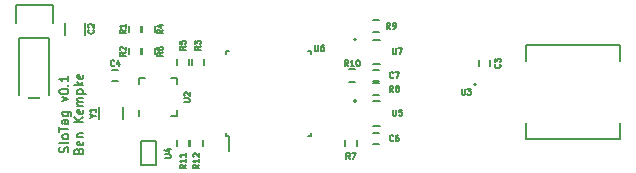
<source format=gbr>
G04 #@! TF.FileFunction,Legend,Top*
%FSLAX46Y46*%
G04 Gerber Fmt 4.6, Leading zero omitted, Abs format (unit mm)*
G04 Created by KiCad (PCBNEW (2016-02-16 BZR 6568, Git 6c5f954)-product) date Sun 21 Feb 2016 12:11:03 PM EST*
%MOMM*%
G01*
G04 APERTURE LIST*
%ADD10C,0.100000*%
%ADD11C,0.190500*%
%ADD12C,0.150000*%
%ADD13C,0.127000*%
%ADD14R,0.500800X0.310800*%
%ADD15R,0.550800X0.650800*%
%ADD16R,1.150800X1.150800*%
%ADD17R,1.300800X1.050800*%
%ADD18R,0.650800X0.550800*%
%ADD19C,0.837800*%
%ADD20C,1.250800*%
%ADD21R,0.650800X0.450800*%
%ADD22R,0.450800X0.650800*%
%ADD23O,0.350800X0.800800*%
%ADD24O,0.800800X0.350800*%
%ADD25R,0.950800X0.950800*%
%ADD26R,0.558800X0.355600*%
%ADD27R,0.650800X0.650800*%
%ADD28R,0.650800X1.250800*%
%ADD29R,1.250800X0.650800*%
%ADD30R,1.950800X1.150800*%
%ADD31R,2.082800X1.778000*%
%ADD32O,2.082800X1.778000*%
G04 APERTURE END LIST*
D10*
D11*
X102422779Y-85906428D02*
X102459064Y-85797571D01*
X102459064Y-85616142D01*
X102422779Y-85543571D01*
X102386493Y-85507285D01*
X102313921Y-85471000D01*
X102241350Y-85471000D01*
X102168779Y-85507285D01*
X102132493Y-85543571D01*
X102096207Y-85616142D01*
X102059921Y-85761285D01*
X102023636Y-85833857D01*
X101987350Y-85870142D01*
X101914779Y-85906428D01*
X101842207Y-85906428D01*
X101769636Y-85870142D01*
X101733350Y-85833857D01*
X101697064Y-85761285D01*
X101697064Y-85579857D01*
X101733350Y-85471000D01*
X102459064Y-85035571D02*
X102422779Y-85108143D01*
X102350207Y-85144428D01*
X101697064Y-85144428D01*
X102459064Y-84636428D02*
X102422779Y-84709000D01*
X102386493Y-84745285D01*
X102313921Y-84781571D01*
X102096207Y-84781571D01*
X102023636Y-84745285D01*
X101987350Y-84709000D01*
X101951064Y-84636428D01*
X101951064Y-84527571D01*
X101987350Y-84455000D01*
X102023636Y-84418714D01*
X102096207Y-84382428D01*
X102313921Y-84382428D01*
X102386493Y-84418714D01*
X102422779Y-84455000D01*
X102459064Y-84527571D01*
X102459064Y-84636428D01*
X101697064Y-84164714D02*
X101697064Y-83729285D01*
X102459064Y-83946999D02*
X101697064Y-83946999D01*
X102459064Y-83148714D02*
X102059921Y-83148714D01*
X101987350Y-83185000D01*
X101951064Y-83257571D01*
X101951064Y-83402714D01*
X101987350Y-83475285D01*
X102422779Y-83148714D02*
X102459064Y-83221285D01*
X102459064Y-83402714D01*
X102422779Y-83475285D01*
X102350207Y-83511571D01*
X102277636Y-83511571D01*
X102205064Y-83475285D01*
X102168779Y-83402714D01*
X102168779Y-83221285D01*
X102132493Y-83148714D01*
X101951064Y-82459285D02*
X102567921Y-82459285D01*
X102640493Y-82495571D01*
X102676779Y-82531856D01*
X102713064Y-82604428D01*
X102713064Y-82713285D01*
X102676779Y-82785856D01*
X102422779Y-82459285D02*
X102459064Y-82531856D01*
X102459064Y-82676999D01*
X102422779Y-82749571D01*
X102386493Y-82785856D01*
X102313921Y-82822142D01*
X102096207Y-82822142D01*
X102023636Y-82785856D01*
X101987350Y-82749571D01*
X101951064Y-82676999D01*
X101951064Y-82531856D01*
X101987350Y-82459285D01*
X101951064Y-81588428D02*
X102459064Y-81406999D01*
X101951064Y-81225571D01*
X101697064Y-80790143D02*
X101697064Y-80717571D01*
X101733350Y-80645000D01*
X101769636Y-80608714D01*
X101842207Y-80572428D01*
X101987350Y-80536143D01*
X102168779Y-80536143D01*
X102313921Y-80572428D01*
X102386493Y-80608714D01*
X102422779Y-80645000D01*
X102459064Y-80717571D01*
X102459064Y-80790143D01*
X102422779Y-80862714D01*
X102386493Y-80899000D01*
X102313921Y-80935285D01*
X102168779Y-80971571D01*
X101987350Y-80971571D01*
X101842207Y-80935285D01*
X101769636Y-80899000D01*
X101733350Y-80862714D01*
X101697064Y-80790143D01*
X102386493Y-80209571D02*
X102422779Y-80173286D01*
X102459064Y-80209571D01*
X102422779Y-80245857D01*
X102386493Y-80209571D01*
X102459064Y-80209571D01*
X102459064Y-79447572D02*
X102459064Y-79883000D01*
X102459064Y-79665286D02*
X101697064Y-79665286D01*
X101805921Y-79737857D01*
X101878493Y-79810429D01*
X101914779Y-79883000D01*
X103317221Y-85779428D02*
X103353507Y-85670571D01*
X103389793Y-85634286D01*
X103462364Y-85598000D01*
X103571221Y-85598000D01*
X103643793Y-85634286D01*
X103680079Y-85670571D01*
X103716364Y-85743143D01*
X103716364Y-86033428D01*
X102954364Y-86033428D01*
X102954364Y-85779428D01*
X102990650Y-85706857D01*
X103026936Y-85670571D01*
X103099507Y-85634286D01*
X103172079Y-85634286D01*
X103244650Y-85670571D01*
X103280936Y-85706857D01*
X103317221Y-85779428D01*
X103317221Y-86033428D01*
X103680079Y-84981143D02*
X103716364Y-85053714D01*
X103716364Y-85198857D01*
X103680079Y-85271428D01*
X103607507Y-85307714D01*
X103317221Y-85307714D01*
X103244650Y-85271428D01*
X103208364Y-85198857D01*
X103208364Y-85053714D01*
X103244650Y-84981143D01*
X103317221Y-84944857D01*
X103389793Y-84944857D01*
X103462364Y-85307714D01*
X103208364Y-84618285D02*
X103716364Y-84618285D01*
X103280936Y-84618285D02*
X103244650Y-84582000D01*
X103208364Y-84509428D01*
X103208364Y-84400571D01*
X103244650Y-84328000D01*
X103317221Y-84291714D01*
X103716364Y-84291714D01*
X103716364Y-83348285D02*
X102954364Y-83348285D01*
X103716364Y-82912857D02*
X103280936Y-83239428D01*
X102954364Y-82912857D02*
X103389793Y-83348285D01*
X103680079Y-82296000D02*
X103716364Y-82368571D01*
X103716364Y-82513714D01*
X103680079Y-82586285D01*
X103607507Y-82622571D01*
X103317221Y-82622571D01*
X103244650Y-82586285D01*
X103208364Y-82513714D01*
X103208364Y-82368571D01*
X103244650Y-82296000D01*
X103317221Y-82259714D01*
X103389793Y-82259714D01*
X103462364Y-82622571D01*
X103716364Y-81933142D02*
X103208364Y-81933142D01*
X103280936Y-81933142D02*
X103244650Y-81896857D01*
X103208364Y-81824285D01*
X103208364Y-81715428D01*
X103244650Y-81642857D01*
X103317221Y-81606571D01*
X103716364Y-81606571D01*
X103317221Y-81606571D02*
X103244650Y-81570285D01*
X103208364Y-81497714D01*
X103208364Y-81388857D01*
X103244650Y-81316285D01*
X103317221Y-81280000D01*
X103716364Y-81280000D01*
X103208364Y-80917142D02*
X103970364Y-80917142D01*
X103244650Y-80917142D02*
X103208364Y-80844571D01*
X103208364Y-80699428D01*
X103244650Y-80626857D01*
X103280936Y-80590571D01*
X103353507Y-80554285D01*
X103571221Y-80554285D01*
X103643793Y-80590571D01*
X103680079Y-80626857D01*
X103716364Y-80699428D01*
X103716364Y-80844571D01*
X103680079Y-80917142D01*
X103716364Y-80227713D02*
X102954364Y-80227713D01*
X103426079Y-80155142D02*
X103716364Y-79937428D01*
X103208364Y-79937428D02*
X103498650Y-80227713D01*
X103680079Y-79320571D02*
X103716364Y-79393142D01*
X103716364Y-79538285D01*
X103680079Y-79610856D01*
X103607507Y-79647142D01*
X103317221Y-79647142D01*
X103244650Y-79610856D01*
X103208364Y-79538285D01*
X103208364Y-79393142D01*
X103244650Y-79320571D01*
X103317221Y-79284285D01*
X103389793Y-79284285D01*
X103462364Y-79647142D01*
D12*
X136976000Y-80172000D02*
G75*
G03X136976000Y-80172000I-100000J0D01*
G01*
X138143000Y-78609000D02*
X138143000Y-78109000D01*
X137193000Y-78109000D02*
X137193000Y-78609000D01*
X141173200Y-84772000D02*
X141173200Y-83372000D01*
X149173200Y-84772000D02*
X141173200Y-84772000D01*
X149173200Y-83372000D02*
X149173200Y-84772000D01*
X149173200Y-76772000D02*
X149173200Y-78172000D01*
X141173200Y-76772000D02*
X149173200Y-76772000D01*
X141173200Y-78172000D02*
X141173200Y-76772000D01*
X102147000Y-74938000D02*
X102147000Y-75938000D01*
X103847000Y-75938000D02*
X103847000Y-74938000D01*
X106176000Y-79850000D02*
X106676000Y-79850000D01*
X106676000Y-78900000D02*
X106176000Y-78900000D01*
X128774000Y-84234000D02*
X128274000Y-84234000D01*
X128274000Y-85184000D02*
X128774000Y-85184000D01*
X128774000Y-78900000D02*
X128274000Y-78900000D01*
X128274000Y-79850000D02*
X128774000Y-79850000D01*
X107552000Y-75188000D02*
X107552000Y-75688000D01*
X108602000Y-75688000D02*
X108602000Y-75188000D01*
X108602000Y-77593000D02*
X108602000Y-77093000D01*
X107552000Y-77093000D02*
X107552000Y-77593000D01*
X113936000Y-78482000D02*
X113936000Y-77982000D01*
X112886000Y-77982000D02*
X112886000Y-78482000D01*
X109745000Y-75688000D02*
X109745000Y-75188000D01*
X108695000Y-75188000D02*
X108695000Y-75688000D01*
X112666000Y-78482000D02*
X112666000Y-77982000D01*
X111616000Y-77982000D02*
X111616000Y-78482000D01*
X108695000Y-77093000D02*
X108695000Y-77593000D01*
X109745000Y-77593000D02*
X109745000Y-77093000D01*
X126890000Y-85340000D02*
X126890000Y-84840000D01*
X125840000Y-84840000D02*
X125840000Y-85340000D01*
X128774000Y-79993000D02*
X128274000Y-79993000D01*
X128274000Y-81043000D02*
X128774000Y-81043000D01*
X128274000Y-75709000D02*
X128774000Y-75709000D01*
X128774000Y-74659000D02*
X128274000Y-74659000D01*
X126742000Y-78850000D02*
X126242000Y-78850000D01*
X126242000Y-79900000D02*
X126742000Y-79900000D01*
X108415000Y-79597000D02*
X108915000Y-79597000D01*
X111665000Y-82847000D02*
X111165000Y-82847000D01*
X111665000Y-79597000D02*
X111165000Y-79597000D01*
X108415000Y-82847000D02*
X108415000Y-82347000D01*
X111665000Y-82847000D02*
X111665000Y-82347000D01*
X111665000Y-79597000D02*
X111665000Y-80097000D01*
X108415000Y-79597000D02*
X108415000Y-80097000D01*
X109855000Y-86995000D02*
X109855000Y-84963000D01*
X109855000Y-84963000D02*
X108585000Y-84963000D01*
X108585000Y-84963000D02*
X108585000Y-86995000D01*
X108585000Y-86995000D02*
X109855000Y-86995000D01*
X126824000Y-81550000D02*
G75*
G03X126824000Y-81550000I-100000J0D01*
G01*
X128824000Y-81550000D02*
X128224000Y-81550000D01*
X128224000Y-83650000D02*
X128824000Y-83650000D01*
X115755000Y-84524000D02*
X116055000Y-84524000D01*
X115755000Y-77274000D02*
X116055000Y-77274000D01*
X123005000Y-77274000D02*
X122705000Y-77274000D01*
X123005000Y-84524000D02*
X122705000Y-84524000D01*
X115755000Y-84524000D02*
X115755000Y-84224000D01*
X123005000Y-84524000D02*
X123005000Y-84224000D01*
X123005000Y-77274000D02*
X123005000Y-77574000D01*
X115755000Y-77274000D02*
X115755000Y-77574000D01*
X116055000Y-84524000D02*
X116055000Y-85749000D01*
X126824000Y-76343000D02*
G75*
G03X126824000Y-76343000I-100000J0D01*
G01*
X128824000Y-76343000D02*
X128224000Y-76343000D01*
X128224000Y-78443000D02*
X128824000Y-78443000D01*
X105045000Y-83050000D02*
X105045000Y-82050000D01*
X107045000Y-82050000D02*
X107045000Y-83050000D01*
X111616000Y-84840000D02*
X111616000Y-85340000D01*
X112666000Y-85340000D02*
X112666000Y-84840000D01*
X112759000Y-84840000D02*
X112759000Y-85340000D01*
X113809000Y-85340000D02*
X113809000Y-84840000D01*
X98298000Y-76200000D02*
X98298000Y-81280000D01*
X98298000Y-81280000D02*
X100838000Y-81280000D01*
X100838000Y-81280000D02*
X100838000Y-76200000D01*
X101118000Y-73380000D02*
X101118000Y-74930000D01*
X100838000Y-76200000D02*
X98298000Y-76200000D01*
X98018000Y-74930000D02*
X98018000Y-73380000D01*
X98018000Y-73380000D02*
X101118000Y-73380000D01*
D13*
X135756952Y-80493810D02*
X135756952Y-80905048D01*
X135781143Y-80953429D01*
X135805333Y-80977619D01*
X135853714Y-81001810D01*
X135950476Y-81001810D01*
X135998857Y-80977619D01*
X136023048Y-80953429D01*
X136047238Y-80905048D01*
X136047238Y-80493810D01*
X136240761Y-80493810D02*
X136555238Y-80493810D01*
X136385904Y-80687333D01*
X136458476Y-80687333D01*
X136506857Y-80711524D01*
X136531047Y-80735714D01*
X136555238Y-80784095D01*
X136555238Y-80905048D01*
X136531047Y-80953429D01*
X136506857Y-80977619D01*
X136458476Y-81001810D01*
X136313333Y-81001810D01*
X136264952Y-80977619D01*
X136240761Y-80953429D01*
X138992429Y-78443667D02*
X139016619Y-78467857D01*
X139040810Y-78540429D01*
X139040810Y-78588810D01*
X139016619Y-78661381D01*
X138968238Y-78709762D01*
X138919857Y-78733953D01*
X138823095Y-78758143D01*
X138750524Y-78758143D01*
X138653762Y-78733953D01*
X138605381Y-78709762D01*
X138557000Y-78661381D01*
X138532810Y-78588810D01*
X138532810Y-78540429D01*
X138557000Y-78467857D01*
X138581190Y-78443667D01*
X138532810Y-78274334D02*
X138532810Y-77959857D01*
X138726333Y-78129191D01*
X138726333Y-78056619D01*
X138750524Y-78008238D01*
X138774714Y-77984048D01*
X138823095Y-77959857D01*
X138944048Y-77959857D01*
X138992429Y-77984048D01*
X139016619Y-78008238D01*
X139040810Y-78056619D01*
X139040810Y-78201762D01*
X139016619Y-78250143D01*
X138992429Y-78274334D01*
X104575429Y-75522667D02*
X104599619Y-75546857D01*
X104623810Y-75619429D01*
X104623810Y-75667810D01*
X104599619Y-75740381D01*
X104551238Y-75788762D01*
X104502857Y-75812953D01*
X104406095Y-75837143D01*
X104333524Y-75837143D01*
X104236762Y-75812953D01*
X104188381Y-75788762D01*
X104140000Y-75740381D01*
X104115810Y-75667810D01*
X104115810Y-75619429D01*
X104140000Y-75546857D01*
X104164190Y-75522667D01*
X104164190Y-75329143D02*
X104140000Y-75304953D01*
X104115810Y-75256572D01*
X104115810Y-75135619D01*
X104140000Y-75087238D01*
X104164190Y-75063048D01*
X104212571Y-75038857D01*
X104260952Y-75038857D01*
X104333524Y-75063048D01*
X104623810Y-75353334D01*
X104623810Y-75038857D01*
X106341333Y-78540429D02*
X106317143Y-78564619D01*
X106244571Y-78588810D01*
X106196190Y-78588810D01*
X106123619Y-78564619D01*
X106075238Y-78516238D01*
X106051047Y-78467857D01*
X106026857Y-78371095D01*
X106026857Y-78298524D01*
X106051047Y-78201762D01*
X106075238Y-78153381D01*
X106123619Y-78105000D01*
X106196190Y-78080810D01*
X106244571Y-78080810D01*
X106317143Y-78105000D01*
X106341333Y-78129190D01*
X106776762Y-78250143D02*
X106776762Y-78588810D01*
X106655809Y-78056619D02*
X106534857Y-78419476D01*
X106849333Y-78419476D01*
X129963333Y-84890429D02*
X129939143Y-84914619D01*
X129866571Y-84938810D01*
X129818190Y-84938810D01*
X129745619Y-84914619D01*
X129697238Y-84866238D01*
X129673047Y-84817857D01*
X129648857Y-84721095D01*
X129648857Y-84648524D01*
X129673047Y-84551762D01*
X129697238Y-84503381D01*
X129745619Y-84455000D01*
X129818190Y-84430810D01*
X129866571Y-84430810D01*
X129939143Y-84455000D01*
X129963333Y-84479190D01*
X130398762Y-84430810D02*
X130302000Y-84430810D01*
X130253619Y-84455000D01*
X130229428Y-84479190D01*
X130181047Y-84551762D01*
X130156857Y-84648524D01*
X130156857Y-84842048D01*
X130181047Y-84890429D01*
X130205238Y-84914619D01*
X130253619Y-84938810D01*
X130350381Y-84938810D01*
X130398762Y-84914619D01*
X130422952Y-84890429D01*
X130447143Y-84842048D01*
X130447143Y-84721095D01*
X130422952Y-84672714D01*
X130398762Y-84648524D01*
X130350381Y-84624333D01*
X130253619Y-84624333D01*
X130205238Y-84648524D01*
X130181047Y-84672714D01*
X130156857Y-84721095D01*
X129963333Y-79556429D02*
X129939143Y-79580619D01*
X129866571Y-79604810D01*
X129818190Y-79604810D01*
X129745619Y-79580619D01*
X129697238Y-79532238D01*
X129673047Y-79483857D01*
X129648857Y-79387095D01*
X129648857Y-79314524D01*
X129673047Y-79217762D01*
X129697238Y-79169381D01*
X129745619Y-79121000D01*
X129818190Y-79096810D01*
X129866571Y-79096810D01*
X129939143Y-79121000D01*
X129963333Y-79145190D01*
X130132666Y-79096810D02*
X130471333Y-79096810D01*
X130253619Y-79604810D01*
X107290810Y-75522667D02*
X107048905Y-75692000D01*
X107290810Y-75812953D02*
X106782810Y-75812953D01*
X106782810Y-75619429D01*
X106807000Y-75571048D01*
X106831190Y-75546857D01*
X106879571Y-75522667D01*
X106952143Y-75522667D01*
X107000524Y-75546857D01*
X107024714Y-75571048D01*
X107048905Y-75619429D01*
X107048905Y-75812953D01*
X107290810Y-75038857D02*
X107290810Y-75329143D01*
X107290810Y-75184000D02*
X106782810Y-75184000D01*
X106855381Y-75232381D01*
X106903762Y-75280762D01*
X106927952Y-75329143D01*
X107290810Y-77427667D02*
X107048905Y-77597000D01*
X107290810Y-77717953D02*
X106782810Y-77717953D01*
X106782810Y-77524429D01*
X106807000Y-77476048D01*
X106831190Y-77451857D01*
X106879571Y-77427667D01*
X106952143Y-77427667D01*
X107000524Y-77451857D01*
X107024714Y-77476048D01*
X107048905Y-77524429D01*
X107048905Y-77717953D01*
X106831190Y-77234143D02*
X106807000Y-77209953D01*
X106782810Y-77161572D01*
X106782810Y-77040619D01*
X106807000Y-76992238D01*
X106831190Y-76968048D01*
X106879571Y-76943857D01*
X106927952Y-76943857D01*
X107000524Y-76968048D01*
X107290810Y-77258334D01*
X107290810Y-76943857D01*
X113640810Y-76919667D02*
X113398905Y-77089000D01*
X113640810Y-77209953D02*
X113132810Y-77209953D01*
X113132810Y-77016429D01*
X113157000Y-76968048D01*
X113181190Y-76943857D01*
X113229571Y-76919667D01*
X113302143Y-76919667D01*
X113350524Y-76943857D01*
X113374714Y-76968048D01*
X113398905Y-77016429D01*
X113398905Y-77209953D01*
X113132810Y-76750334D02*
X113132810Y-76435857D01*
X113326333Y-76605191D01*
X113326333Y-76532619D01*
X113350524Y-76484238D01*
X113374714Y-76460048D01*
X113423095Y-76435857D01*
X113544048Y-76435857D01*
X113592429Y-76460048D01*
X113616619Y-76484238D01*
X113640810Y-76532619D01*
X113640810Y-76677762D01*
X113616619Y-76726143D01*
X113592429Y-76750334D01*
X110465810Y-75522667D02*
X110223905Y-75692000D01*
X110465810Y-75812953D02*
X109957810Y-75812953D01*
X109957810Y-75619429D01*
X109982000Y-75571048D01*
X110006190Y-75546857D01*
X110054571Y-75522667D01*
X110127143Y-75522667D01*
X110175524Y-75546857D01*
X110199714Y-75571048D01*
X110223905Y-75619429D01*
X110223905Y-75812953D01*
X110127143Y-75087238D02*
X110465810Y-75087238D01*
X109933619Y-75208191D02*
X110296476Y-75329143D01*
X110296476Y-75014667D01*
X112370810Y-76919667D02*
X112128905Y-77089000D01*
X112370810Y-77209953D02*
X111862810Y-77209953D01*
X111862810Y-77016429D01*
X111887000Y-76968048D01*
X111911190Y-76943857D01*
X111959571Y-76919667D01*
X112032143Y-76919667D01*
X112080524Y-76943857D01*
X112104714Y-76968048D01*
X112128905Y-77016429D01*
X112128905Y-77209953D01*
X111862810Y-76460048D02*
X111862810Y-76701953D01*
X112104714Y-76726143D01*
X112080524Y-76701953D01*
X112056333Y-76653572D01*
X112056333Y-76532619D01*
X112080524Y-76484238D01*
X112104714Y-76460048D01*
X112153095Y-76435857D01*
X112274048Y-76435857D01*
X112322429Y-76460048D01*
X112346619Y-76484238D01*
X112370810Y-76532619D01*
X112370810Y-76653572D01*
X112346619Y-76701953D01*
X112322429Y-76726143D01*
X110465810Y-77427667D02*
X110223905Y-77597000D01*
X110465810Y-77717953D02*
X109957810Y-77717953D01*
X109957810Y-77524429D01*
X109982000Y-77476048D01*
X110006190Y-77451857D01*
X110054571Y-77427667D01*
X110127143Y-77427667D01*
X110175524Y-77451857D01*
X110199714Y-77476048D01*
X110223905Y-77524429D01*
X110223905Y-77717953D01*
X109957810Y-76992238D02*
X109957810Y-77089000D01*
X109982000Y-77137381D01*
X110006190Y-77161572D01*
X110078762Y-77209953D01*
X110175524Y-77234143D01*
X110369048Y-77234143D01*
X110417429Y-77209953D01*
X110441619Y-77185762D01*
X110465810Y-77137381D01*
X110465810Y-77040619D01*
X110441619Y-76992238D01*
X110417429Y-76968048D01*
X110369048Y-76943857D01*
X110248095Y-76943857D01*
X110199714Y-76968048D01*
X110175524Y-76992238D01*
X110151333Y-77040619D01*
X110151333Y-77137381D01*
X110175524Y-77185762D01*
X110199714Y-77209953D01*
X110248095Y-77234143D01*
X126280333Y-86462810D02*
X126111000Y-86220905D01*
X125990047Y-86462810D02*
X125990047Y-85954810D01*
X126183571Y-85954810D01*
X126231952Y-85979000D01*
X126256143Y-86003190D01*
X126280333Y-86051571D01*
X126280333Y-86124143D01*
X126256143Y-86172524D01*
X126231952Y-86196714D01*
X126183571Y-86220905D01*
X125990047Y-86220905D01*
X126449666Y-85954810D02*
X126788333Y-85954810D01*
X126570619Y-86462810D01*
X129963333Y-80747810D02*
X129794000Y-80505905D01*
X129673047Y-80747810D02*
X129673047Y-80239810D01*
X129866571Y-80239810D01*
X129914952Y-80264000D01*
X129939143Y-80288190D01*
X129963333Y-80336571D01*
X129963333Y-80409143D01*
X129939143Y-80457524D01*
X129914952Y-80481714D01*
X129866571Y-80505905D01*
X129673047Y-80505905D01*
X130253619Y-80457524D02*
X130205238Y-80433333D01*
X130181047Y-80409143D01*
X130156857Y-80360762D01*
X130156857Y-80336571D01*
X130181047Y-80288190D01*
X130205238Y-80264000D01*
X130253619Y-80239810D01*
X130350381Y-80239810D01*
X130398762Y-80264000D01*
X130422952Y-80288190D01*
X130447143Y-80336571D01*
X130447143Y-80360762D01*
X130422952Y-80409143D01*
X130398762Y-80433333D01*
X130350381Y-80457524D01*
X130253619Y-80457524D01*
X130205238Y-80481714D01*
X130181047Y-80505905D01*
X130156857Y-80554286D01*
X130156857Y-80651048D01*
X130181047Y-80699429D01*
X130205238Y-80723619D01*
X130253619Y-80747810D01*
X130350381Y-80747810D01*
X130398762Y-80723619D01*
X130422952Y-80699429D01*
X130447143Y-80651048D01*
X130447143Y-80554286D01*
X130422952Y-80505905D01*
X130398762Y-80481714D01*
X130350381Y-80457524D01*
X129709333Y-75413810D02*
X129540000Y-75171905D01*
X129419047Y-75413810D02*
X129419047Y-74905810D01*
X129612571Y-74905810D01*
X129660952Y-74930000D01*
X129685143Y-74954190D01*
X129709333Y-75002571D01*
X129709333Y-75075143D01*
X129685143Y-75123524D01*
X129660952Y-75147714D01*
X129612571Y-75171905D01*
X129419047Y-75171905D01*
X129951238Y-75413810D02*
X130048000Y-75413810D01*
X130096381Y-75389619D01*
X130120571Y-75365429D01*
X130168952Y-75292857D01*
X130193143Y-75196095D01*
X130193143Y-75002571D01*
X130168952Y-74954190D01*
X130144762Y-74930000D01*
X130096381Y-74905810D01*
X129999619Y-74905810D01*
X129951238Y-74930000D01*
X129927047Y-74954190D01*
X129902857Y-75002571D01*
X129902857Y-75123524D01*
X129927047Y-75171905D01*
X129951238Y-75196095D01*
X129999619Y-75220286D01*
X130096381Y-75220286D01*
X130144762Y-75196095D01*
X130168952Y-75171905D01*
X130193143Y-75123524D01*
X126165428Y-78588810D02*
X125996095Y-78346905D01*
X125875142Y-78588810D02*
X125875142Y-78080810D01*
X126068666Y-78080810D01*
X126117047Y-78105000D01*
X126141238Y-78129190D01*
X126165428Y-78177571D01*
X126165428Y-78250143D01*
X126141238Y-78298524D01*
X126117047Y-78322714D01*
X126068666Y-78346905D01*
X125875142Y-78346905D01*
X126649238Y-78588810D02*
X126358952Y-78588810D01*
X126504095Y-78588810D02*
X126504095Y-78080810D01*
X126455714Y-78153381D01*
X126407333Y-78201762D01*
X126358952Y-78225952D01*
X126963714Y-78080810D02*
X127012095Y-78080810D01*
X127060476Y-78105000D01*
X127084667Y-78129190D01*
X127108857Y-78177571D01*
X127133048Y-78274333D01*
X127133048Y-78395286D01*
X127108857Y-78492048D01*
X127084667Y-78540429D01*
X127060476Y-78564619D01*
X127012095Y-78588810D01*
X126963714Y-78588810D01*
X126915333Y-78564619D01*
X126891143Y-78540429D01*
X126866952Y-78492048D01*
X126842762Y-78395286D01*
X126842762Y-78274333D01*
X126866952Y-78177571D01*
X126891143Y-78129190D01*
X126915333Y-78105000D01*
X126963714Y-78080810D01*
X112243810Y-81609048D02*
X112655048Y-81609048D01*
X112703429Y-81584857D01*
X112727619Y-81560667D01*
X112751810Y-81512286D01*
X112751810Y-81415524D01*
X112727619Y-81367143D01*
X112703429Y-81342952D01*
X112655048Y-81318762D01*
X112243810Y-81318762D01*
X112292190Y-81101048D02*
X112268000Y-81076858D01*
X112243810Y-81028477D01*
X112243810Y-80907524D01*
X112268000Y-80859143D01*
X112292190Y-80834953D01*
X112340571Y-80810762D01*
X112388952Y-80810762D01*
X112461524Y-80834953D01*
X112751810Y-81125239D01*
X112751810Y-80810762D01*
X110592810Y-86366048D02*
X111004048Y-86366048D01*
X111052429Y-86341857D01*
X111076619Y-86317667D01*
X111100810Y-86269286D01*
X111100810Y-86172524D01*
X111076619Y-86124143D01*
X111052429Y-86099952D01*
X111004048Y-86075762D01*
X110592810Y-86075762D01*
X110762143Y-85616143D02*
X111100810Y-85616143D01*
X110568619Y-85737096D02*
X110931476Y-85858048D01*
X110931476Y-85543572D01*
X129914952Y-82271810D02*
X129914952Y-82683048D01*
X129939143Y-82731429D01*
X129963333Y-82755619D01*
X130011714Y-82779810D01*
X130108476Y-82779810D01*
X130156857Y-82755619D01*
X130181048Y-82731429D01*
X130205238Y-82683048D01*
X130205238Y-82271810D01*
X130689047Y-82271810D02*
X130447142Y-82271810D01*
X130422952Y-82513714D01*
X130447142Y-82489524D01*
X130495523Y-82465333D01*
X130616476Y-82465333D01*
X130664857Y-82489524D01*
X130689047Y-82513714D01*
X130713238Y-82562095D01*
X130713238Y-82683048D01*
X130689047Y-82731429D01*
X130664857Y-82755619D01*
X130616476Y-82779810D01*
X130495523Y-82779810D01*
X130447142Y-82755619D01*
X130422952Y-82731429D01*
X123310952Y-76810810D02*
X123310952Y-77222048D01*
X123335143Y-77270429D01*
X123359333Y-77294619D01*
X123407714Y-77318810D01*
X123504476Y-77318810D01*
X123552857Y-77294619D01*
X123577048Y-77270429D01*
X123601238Y-77222048D01*
X123601238Y-76810810D01*
X124060857Y-76810810D02*
X123964095Y-76810810D01*
X123915714Y-76835000D01*
X123891523Y-76859190D01*
X123843142Y-76931762D01*
X123818952Y-77028524D01*
X123818952Y-77222048D01*
X123843142Y-77270429D01*
X123867333Y-77294619D01*
X123915714Y-77318810D01*
X124012476Y-77318810D01*
X124060857Y-77294619D01*
X124085047Y-77270429D01*
X124109238Y-77222048D01*
X124109238Y-77101095D01*
X124085047Y-77052714D01*
X124060857Y-77028524D01*
X124012476Y-77004333D01*
X123915714Y-77004333D01*
X123867333Y-77028524D01*
X123843142Y-77052714D01*
X123818952Y-77101095D01*
X129914952Y-77064810D02*
X129914952Y-77476048D01*
X129939143Y-77524429D01*
X129963333Y-77548619D01*
X130011714Y-77572810D01*
X130108476Y-77572810D01*
X130156857Y-77548619D01*
X130181048Y-77524429D01*
X130205238Y-77476048D01*
X130205238Y-77064810D01*
X130398761Y-77064810D02*
X130737428Y-77064810D01*
X130519714Y-77572810D01*
X104508905Y-82791905D02*
X104750810Y-82791905D01*
X104242810Y-82961238D02*
X104508905Y-82791905D01*
X104242810Y-82622571D01*
X104750810Y-82187142D02*
X104750810Y-82477428D01*
X104750810Y-82332285D02*
X104242810Y-82332285D01*
X104315381Y-82380666D01*
X104363762Y-82429047D01*
X104387952Y-82477428D01*
X112370810Y-86940572D02*
X112128905Y-87109905D01*
X112370810Y-87230858D02*
X111862810Y-87230858D01*
X111862810Y-87037334D01*
X111887000Y-86988953D01*
X111911190Y-86964762D01*
X111959571Y-86940572D01*
X112032143Y-86940572D01*
X112080524Y-86964762D01*
X112104714Y-86988953D01*
X112128905Y-87037334D01*
X112128905Y-87230858D01*
X112370810Y-86456762D02*
X112370810Y-86747048D01*
X112370810Y-86601905D02*
X111862810Y-86601905D01*
X111935381Y-86650286D01*
X111983762Y-86698667D01*
X112007952Y-86747048D01*
X112370810Y-85972952D02*
X112370810Y-86263238D01*
X112370810Y-86118095D02*
X111862810Y-86118095D01*
X111935381Y-86166476D01*
X111983762Y-86214857D01*
X112007952Y-86263238D01*
X113513810Y-86940572D02*
X113271905Y-87109905D01*
X113513810Y-87230858D02*
X113005810Y-87230858D01*
X113005810Y-87037334D01*
X113030000Y-86988953D01*
X113054190Y-86964762D01*
X113102571Y-86940572D01*
X113175143Y-86940572D01*
X113223524Y-86964762D01*
X113247714Y-86988953D01*
X113271905Y-87037334D01*
X113271905Y-87230858D01*
X113513810Y-86456762D02*
X113513810Y-86747048D01*
X113513810Y-86601905D02*
X113005810Y-86601905D01*
X113078381Y-86650286D01*
X113126762Y-86698667D01*
X113150952Y-86747048D01*
X113054190Y-86263238D02*
X113030000Y-86239048D01*
X113005810Y-86190667D01*
X113005810Y-86069714D01*
X113030000Y-86021333D01*
X113054190Y-85997143D01*
X113102571Y-85972952D01*
X113150952Y-85972952D01*
X113223524Y-85997143D01*
X113513810Y-86287429D01*
X113513810Y-85972952D01*
%LPC*%
D14*
X137626000Y-80292000D03*
X137626000Y-80772000D03*
X137626000Y-81252000D03*
X138726000Y-81252000D03*
X138726000Y-80772000D03*
X138726000Y-80292000D03*
D15*
X137668000Y-77809000D03*
X137668000Y-78909000D03*
D16*
X141173200Y-80772000D03*
X141173200Y-78972000D03*
X141173200Y-82572000D03*
X149073200Y-82572000D03*
X149073200Y-80772000D03*
X149073200Y-78972000D03*
D17*
X102997000Y-76438000D03*
X102997000Y-74438000D03*
D18*
X106976000Y-79375000D03*
X105876000Y-79375000D03*
X127974000Y-84709000D03*
X129074000Y-84709000D03*
X127974000Y-79375000D03*
X129074000Y-79375000D03*
D19*
X100203000Y-85471000D03*
X98933000Y-85471000D03*
X100203000Y-84201000D03*
X98933000Y-84201000D03*
X100203000Y-82931000D03*
X98933000Y-82931000D03*
D20*
X99568000Y-86741000D03*
X98552000Y-81661000D03*
X100584000Y-81661000D03*
D21*
X108077000Y-75888000D03*
X108077000Y-74988000D03*
X108077000Y-76893000D03*
X108077000Y-77793000D03*
X113411000Y-77782000D03*
X113411000Y-78682000D03*
X109220000Y-74988000D03*
X109220000Y-75888000D03*
X112141000Y-77782000D03*
X112141000Y-78682000D03*
X109220000Y-77793000D03*
X109220000Y-76893000D03*
X126365000Y-84640000D03*
X126365000Y-85540000D03*
D22*
X128074000Y-80518000D03*
X128974000Y-80518000D03*
X128974000Y-75184000D03*
X128074000Y-75184000D03*
X126042000Y-79375000D03*
X126942000Y-79375000D03*
D23*
X109290000Y-82697000D03*
X109790000Y-82697000D03*
X110290000Y-82697000D03*
X110790000Y-82697000D03*
D24*
X111515000Y-81972000D03*
X111515000Y-81472000D03*
X111515000Y-80972000D03*
X111515000Y-80472000D03*
D23*
X110790000Y-79747000D03*
X110290000Y-79747000D03*
X109790000Y-79747000D03*
X109290000Y-79747000D03*
D24*
X108565000Y-80472000D03*
X108565000Y-80972000D03*
X108565000Y-81472000D03*
X108565000Y-81972000D03*
D25*
X110490000Y-80772000D03*
X109590000Y-80772000D03*
X110490000Y-81672000D03*
X109590000Y-81672000D03*
D26*
X108204000Y-85344000D03*
X108204000Y-86614000D03*
X110236000Y-85344000D03*
X108204000Y-85979000D03*
X110236000Y-86614000D03*
D27*
X127624000Y-81800000D03*
D21*
X127624000Y-82550000D03*
D27*
X127624000Y-83300000D03*
X129424000Y-83300000D03*
D21*
X129424000Y-82550000D03*
D27*
X129424000Y-81800000D03*
D28*
X116580000Y-85149000D03*
X117380000Y-85149000D03*
X118180000Y-85149000D03*
X118980000Y-85149000D03*
X119780000Y-85149000D03*
X120580000Y-85149000D03*
X121380000Y-85149000D03*
X122180000Y-85149000D03*
D29*
X123630000Y-83699000D03*
X123630000Y-82899000D03*
X123630000Y-82099000D03*
X123630000Y-81299000D03*
X123630000Y-80499000D03*
X123630000Y-79699000D03*
X123630000Y-78899000D03*
X123630000Y-78099000D03*
D28*
X122180000Y-76649000D03*
X121380000Y-76649000D03*
X120580000Y-76649000D03*
X119780000Y-76649000D03*
X118980000Y-76649000D03*
X118180000Y-76649000D03*
X117380000Y-76649000D03*
X116580000Y-76649000D03*
D29*
X115130000Y-78099000D03*
X115130000Y-78899000D03*
X115130000Y-79699000D03*
X115130000Y-80499000D03*
X115130000Y-81299000D03*
X115130000Y-82099000D03*
X115130000Y-82899000D03*
X115130000Y-83699000D03*
D27*
X127624000Y-76593000D03*
D21*
X127624000Y-77343000D03*
D27*
X127624000Y-78093000D03*
X129424000Y-78093000D03*
D21*
X129424000Y-77343000D03*
D27*
X129424000Y-76593000D03*
D30*
X106045000Y-81300000D03*
X106045000Y-83800000D03*
D21*
X112141000Y-85540000D03*
X112141000Y-84640000D03*
X113284000Y-85540000D03*
X113284000Y-84640000D03*
D31*
X99568000Y-74930000D03*
D32*
X99568000Y-77470000D03*
X99568000Y-80010000D03*
M02*

</source>
